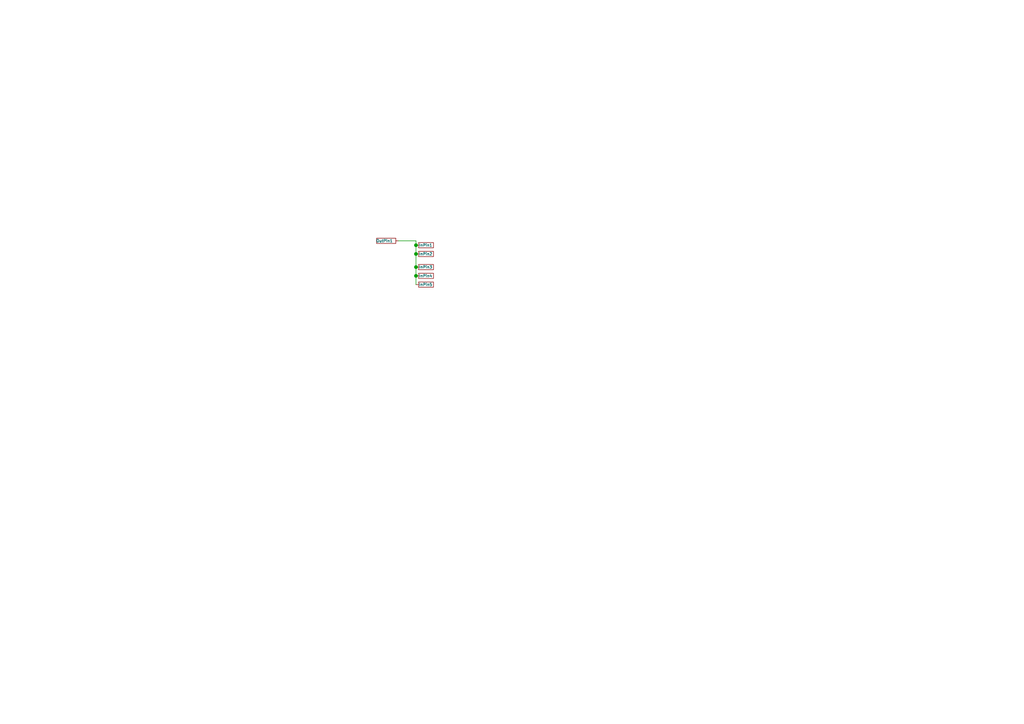
<source format=kicad_sch>
(kicad_sch (version 20230121) (generator eeschema)
  (paper "A4")
  (lib_symbols
    (symbol "Tests:InPin" (pin_numbers hide) (pin_names hide)
      (property "Reference" "InPin" (at 2.794 0 0))
      (symbol "InPin_0_1"
        (rectangle (start 0.762 0.762) (end 5.08 -0.762))
      )
      (symbol "InPin_1_1"
        (pin input line (at 0 0 0) (length 0.75) (name "In") (number "1"))
      )
    )
    (symbol "Tests:OutPin" (pin_numbers hide) (pin_names hide)
      (property "Reference" "OutPin" (at -4.064 0 0))
      (symbol "OutPin_0_1"
        (rectangle (start -6.35 0.762) (end -0.762 -0.762))
      )
      (symbol "OutPin_1_1"
        (pin output line (at 0 0 180) (length 0.75) (name "Out") (number "1"))
      )
    )
  )
  (junction (at 120.65 73.66))
  (junction (at 120.65 80.01))
  (junction (at 120.65 77.47))
  (junction (at 120.65 71.12))
  (wire (pts (xy 120.65 71.12) (xy 120.65 73.66)))
  (wire (pts (xy 120.65 80.01) (xy 120.65 82.55)))
  (wire (pts (xy 120.65 73.66) (xy 120.65 77.47)))
  (wire (pts (xy 115.57 69.85) (xy 120.65 69.85)))
  (wire (pts (xy 120.65 69.85) (xy 120.65 71.12)))
  (wire (pts (xy 120.65 77.47) (xy 120.65 80.01)))
  (symbol (lib_id "Tests:OutPin") (at 115.57 69.85 0) (unit 1)
    (property "Reference" "OutPin1" (at 111.506 69.85 0) (effects (font (size 0.8 0.8))))
    (property "Value" "OutPin" (effects hide))
  )
  (symbol (lib_id "Tests:InPin") (at 120.65 82.55 0) (unit 1)
    (property "Reference" "InPin5" (at 123.444 82.55 0) (effects (font (size 0.8 0.8))))
    (property "Value" "InPin" (effects hide))
  )
  (symbol (lib_id "Tests:InPin") (at 120.65 77.47 0) (unit 1)
    (property "Reference" "InPin3" (at 123.444 77.47 0) (effects (font (size 0.8 0.8))))
    (property "Value" "InPin" (effects hide))
  )
  (symbol (lib_id "Tests:InPin") (at 120.65 73.66 0) (unit 1)
    (property "Reference" "InPin2" (at 123.444 73.66 0) (effects (font (size 0.8 0.8))))
    (property "Value" "InPin" (effects hide))
  )
  (symbol (lib_id "Tests:InPin") (at 120.65 71.12 0) (unit 1)
    (property "Reference" "InPin1" (at 123.444 71.12 0) (effects (font (size 0.8 0.8))))
    (property "Value" "InPin" (effects hide))
  )
  (symbol (lib_id "Tests:InPin") (at 120.65 80.01 0) (unit 1)
    (property "Reference" "InPin4" (at 123.444 80.01 0) (effects (font (size 0.8 0.8))))
    (property "Value" "InPin" (effects hide))
  )
)
</source>
